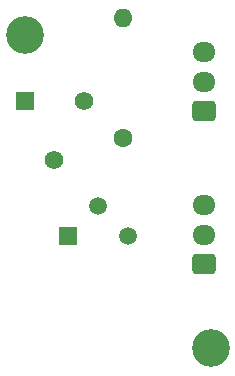
<source format=gbr>
%TF.GenerationSoftware,KiCad,Pcbnew,7.0.9*%
%TF.CreationDate,2024-01-10T21:16:10+01:00*%
%TF.ProjectId,TemperatureLM135,54656d70-6572-4617-9475-72654c4d3133,1.3*%
%TF.SameCoordinates,Original*%
%TF.FileFunction,Soldermask,Bot*%
%TF.FilePolarity,Negative*%
%FSLAX46Y46*%
G04 Gerber Fmt 4.6, Leading zero omitted, Abs format (unit mm)*
G04 Created by KiCad (PCBNEW 7.0.9) date 2024-01-10 21:16:10*
%MOMM*%
%LPD*%
G01*
G04 APERTURE LIST*
G04 Aperture macros list*
%AMRoundRect*
0 Rectangle with rounded corners*
0 $1 Rounding radius*
0 $2 $3 $4 $5 $6 $7 $8 $9 X,Y pos of 4 corners*
0 Add a 4 corners polygon primitive as box body*
4,1,4,$2,$3,$4,$5,$6,$7,$8,$9,$2,$3,0*
0 Add four circle primitives for the rounded corners*
1,1,$1+$1,$2,$3*
1,1,$1+$1,$4,$5*
1,1,$1+$1,$6,$7*
1,1,$1+$1,$8,$9*
0 Add four rect primitives between the rounded corners*
20,1,$1+$1,$2,$3,$4,$5,0*
20,1,$1+$1,$4,$5,$6,$7,0*
20,1,$1+$1,$6,$7,$8,$9,0*
20,1,$1+$1,$8,$9,$2,$3,0*%
G04 Aperture macros list end*
%ADD10R,1.560000X1.560000*%
%ADD11C,1.560000*%
%ADD12R,1.500000X1.500000*%
%ADD13C,1.500000*%
%ADD14O,1.950000X1.700000*%
%ADD15RoundRect,0.250000X0.725000X-0.600000X0.725000X0.600000X-0.725000X0.600000X-0.725000X-0.600000X0*%
%ADD16C,3.200000*%
%ADD17C,1.600000*%
%ADD18O,1.600000X1.600000*%
G04 APERTURE END LIST*
D10*
%TO.C,RV1*%
X59309000Y-24638000D03*
D11*
X61809000Y-29638000D03*
X64309000Y-24638000D03*
%TD*%
D12*
%TO.C,U1*%
X62992000Y-36068000D03*
D13*
X65532000Y-33528000D03*
X68072000Y-36068000D03*
%TD*%
D14*
%TO.C,J2*%
X74521500Y-33508000D03*
X74521500Y-36008000D03*
D15*
X74521500Y-38508000D03*
%TD*%
D16*
%TO.C,REF\u002A\u002A*%
X75057000Y-45593000D03*
%TD*%
%TO.C,REF\u002A\u002A*%
X59309000Y-19050000D03*
%TD*%
D15*
%TO.C,J1*%
X74521500Y-25554000D03*
D14*
X74521500Y-23054000D03*
X74521500Y-20554000D03*
%TD*%
D17*
%TO.C,R1*%
X67663500Y-27793000D03*
D18*
X67663500Y-17633000D03*
%TD*%
M02*

</source>
